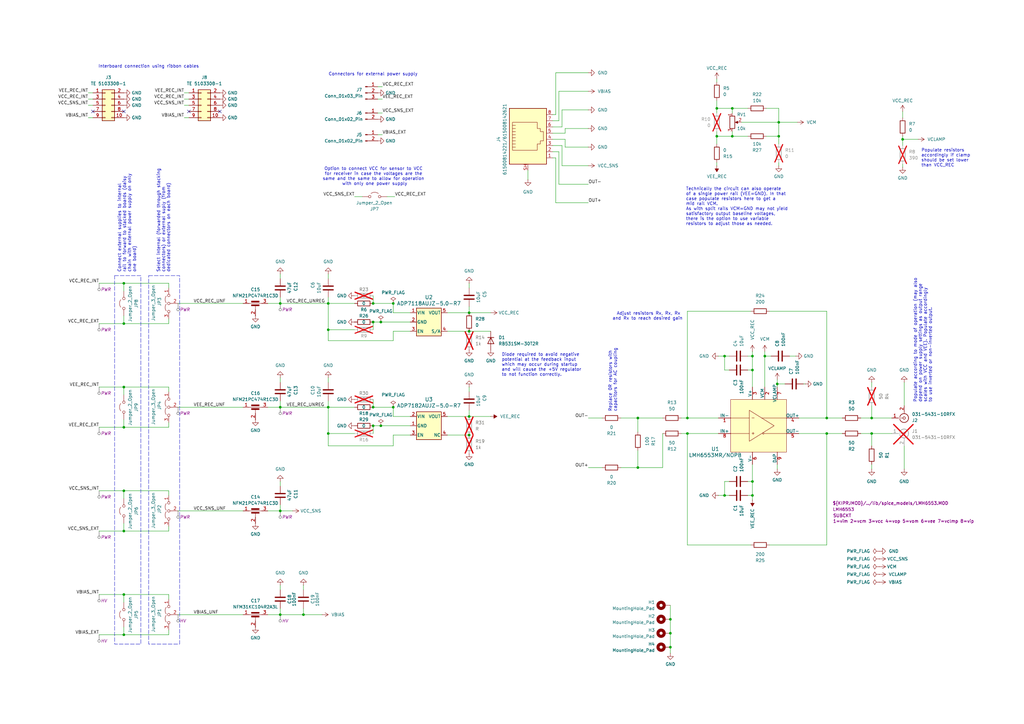
<source format=kicad_sch>
(kicad_sch (version 20250114) (generator "eeschema") (generator_version "9.0")
  (paper "A3")
  (title_block (title "CLAWS Signal Receiver and Power Distribution Board") (date "2024-12-17") (rev "V4.2") (comment 1 "As this is an iteration on previous designs (V3.x), revision number starts at 4.0") (comment 2 "V4.1 addresses the issues discovered when building V4.0 prototypes") (comment 3 "V4.2 reduces number of different components used, fix LDO startup problem"))
  (rectangle (start 46.99 113.03) (end 57.785 264.16) (stroke (width 0) (type dash)))
  (rectangle (start 60.96 113.03) (end 73.66 264.16) (stroke (width 0) (type dash)))
  (text "Connect external supplies to internal \nrail to forward to stacked boards (daisy\nchain with external power supply on only \none board)" (at 55.88 111.76 90) (effects (font (size 1.27 1.27)) (justify left bottom)))
  (text "Interboard connection using ribbon cables" (at 60.96 27.305 0) (effects (font (size 1.27 1.27))))
  (text "Populate resistors \naccordingly if clamp\nshould be set lower\nthan VCC_REC" (at 377.825 60.96 0) (effects (font (size 1.27 1.27)) (justify left top)))
  (text "Select internal (forwarded through stacking\nconnectors) or external suply (from \ndedicated connectors on each board)" (at 69.85 111.76 90) (effects (font (size 1.27 1.27)) (justify left bottom)))
  (text "Populate according to mode of operation (may also \ndepend on power supply settings as output range \nscales with VCC and VEE). Populate accordingly \nto use inverted or non-inverted output." (at 374.65 165.1 90) (effects (font (size 1.27 1.27)) (justify left top)))
  (text "Replace 0R resistors with \ncapacitors for AC coupling" (at 249.555 168.91 90) (effects (font (size 1.27 1.27)) (justify left top)))
  (text "Technically the circuit can also operate\nof a single power rail (VEE=GND). In that \ncase populate resistors here to get a \nmid rail VCM.\nAs with split rails VCM=GND may not yield\nsatisfactory output baseline voltages, \nthere is the option to use variable \nresistors to adjust those as needed." (at 281.305 76.835 0) (effects (font (size 1.27 1.27)) (justify left top)))
  (text "Connectors for external power supply" (at 153.035 30.48 0) (effects (font (size 1.27 1.27))))
  (text "Diode required to avoid negative\npotential at the feedback input\nwhich may occur during startup \nand will cause the +5V regulator\nto not function correctly." (at 205.74 144.78 0) (effects (font (size 1.27 1.27)) (justify left top)))
  (text "Adjust resistors Rx, Rx, Rx \nand Rx to reach desired gain" (at 280.035 131.445 0) (effects (font (size 1.27 1.27)) (justify right bottom)))
  (text "Option to connect VCC for sensor to VCC \nfor receiver in case the voltages are the \nsame and the same to allow for operation \nwith only one power supply" (at 153.67 72.39 0) (effects (font (size 1.27 1.27))))
  (junction (at 124.46 252.095))
  (junction (at 192.405 128.27))
  (junction (at 274.955 259.715))
  (junction (at 134.62 177.8))
  (junction (at 261.62 171.45))
  (junction (at 357.505 177.8))
  (junction (at 50.8 175.26))
  (junction (at 50.8 158.75))
  (junction (at 114.935 209.55))
  (junction (at 192.405 170.815))
  (junction (at 339.09 171.45))
  (junction (at 134.62 167.005))
  (junction (at 156.21 174.625))
  (junction (at 50.8 201.295))
  (junction (at 153.035 124.46))
  (junction (at 114.935 252.095))
  (junction (at 192.405 178.435))
  (junction (at 134.62 135.255))
  (junction (at 294.005 55.88))
  (junction (at 50.8 132.715))
  (junction (at 300.355 55.88))
  (junction (at 114.935 167.005))
  (junction (at 308.61 197.485))
  (junction (at 370.205 57.15))
  (junction (at 294.005 44.45))
  (junction (at 161.29 124.46))
  (junction (at 153.035 174.625))
  (junction (at 339.09 177.8))
  (junction (at 114.935 124.46))
  (junction (at 281.94 177.8))
  (junction (at 281.94 171.45))
  (junction (at 297.18 203.2))
  (junction (at 274.955 265.43))
  (junction (at 318.77 157.48))
  (junction (at 319.405 50.165))
  (junction (at 308.61 203.2))
  (junction (at 319.405 55.88))
  (junction (at 50.8 243.84))
  (junction (at 297.18 146.05))
  (junction (at 156.21 132.08))
  (junction (at 357.505 171.45))
  (junction (at 50.8 260.35))
  (junction (at 308.61 151.765))
  (junction (at 300.355 44.45))
  (junction (at 313.69 146.05))
  (junction (at 274.955 254))
  (junction (at 50.8 217.805))
  (junction (at 153.035 167.005))
  (junction (at 308.61 146.05))
  (junction (at 261.62 191.77))
  (junction (at 134.62 124.46))
  (junction (at 161.29 167.005))
  (junction (at 153.035 132.08))
  (junction (at 50.8 116.205))
  (junction (at 192.405 135.89))
  (no_connect (at 38.1 45.72))
  (no_connect (at 90.17 45.72))
  (no_connect (at 50.8 45.72))
  (no_connect (at 77.47 45.72))
  (wire (pts (xy 50.8 201.295) (xy 40.64 201.295)))
  (wire (pts (xy 69.215 118.11) (xy 69.215 116.205)))
  (wire (pts (xy 231.775 52.705) (xy 231.775 54.61)))
  (wire (pts (xy 308.61 205.105) (xy 308.61 203.2)))
  (wire (pts (xy 50.8 243.84) (xy 40.64 243.84)))
  (wire (pts (xy 294.64 203.2) (xy 297.18 203.2)))
  (wire (pts (xy 69.215 215.9) (xy 69.215 217.805)))
  (wire (pts (xy 69.215 173.355) (xy 69.215 175.26)))
  (wire (pts (xy 294.005 66.675) (xy 294.005 67.945)))
  (wire (pts (xy 114.935 167.005) (xy 109.855 167.005)))
  (wire (pts (xy 319.405 55.88) (xy 319.405 59.055)))
  (wire (pts (xy 38.1 48.26) (xy 36.195 48.26)))
  (wire (pts (xy 50.8 201.295) (xy 69.215 201.295)))
  (wire (pts (xy 114.935 112.395) (xy 114.935 114.3)))
  (wire (pts (xy 230.505 52.07) (xy 226.695 52.07)))
  (wire (pts (xy 308.61 151.765) (xy 308.61 158.75)))
  (wire (pts (xy 161.29 135.89) (xy 168.275 135.89)))
  (wire (pts (xy 77.47 48.26) (xy 75.565 48.26)))
  (wire (pts (xy 339.09 127.635) (xy 339.09 171.45)))
  (wire (pts (xy 50.8 175.26) (xy 40.64 175.26)))
  (wire (pts (xy 134.62 124.46) (xy 145.415 124.46)))
  (wire (pts (xy 153.035 167.005) (xy 161.29 167.005)))
  (wire (pts (xy 314.325 55.88) (xy 319.405 55.88)))
  (wire (pts (xy 38.1 38.1) (xy 36.195 38.1)))
  (wire (pts (xy 274.955 259.715) (xy 274.955 265.43)))
  (wire (pts (xy 319.405 50.165) (xy 327.025 50.165)))
  (wire (pts (xy 50.8 158.75) (xy 50.8 161.925)))
  (wire (pts (xy 281.94 127.635) (xy 281.94 171.45)))
  (wire (pts (xy 40.64 132.715) (xy 50.8 132.715)))
  (wire (pts (xy 161.29 170.815) (xy 161.29 167.005)))
  (wire (pts (xy 161.29 170.815) (xy 168.275 170.815)))
  (wire (pts (xy 153.035 174.625) (xy 156.21 174.625)))
  (wire (pts (xy 50.8 243.84) (xy 69.215 243.84)))
  (wire (pts (xy 114.935 252.095) (xy 109.855 252.095)))
  (wire (pts (xy 156.21 174.625) (xy 168.275 174.625)))
  (wire (pts (xy 77.47 43.18) (xy 75.565 43.18)))
  (wire (pts (xy 114.935 124.46) (xy 134.62 124.46)))
  (wire (pts (xy 357.505 182.88) (xy 357.505 177.8)))
  (wire (pts (xy 297.18 203.2) (xy 299.085 203.2)))
  (wire (pts (xy 281.94 171.45) (xy 294.64 171.45)))
  (wire (pts (xy 261.62 171.45) (xy 271.78 171.45)))
  (wire (pts (xy 304.165 50.165) (xy 319.405 50.165)))
  (wire (pts (xy 124.46 249.555) (xy 124.46 252.095)))
  (wire (pts (xy 370.205 57.15) (xy 376.555 57.15)))
  (wire (pts (xy 73.025 209.55) (xy 99.695 209.55)))
  (wire (pts (xy 297.18 203.2) (xy 297.18 197.485)))
  (wire (pts (xy 357.505 166.37) (xy 357.505 171.45)))
  (wire (pts (xy 183.515 170.815) (xy 192.405 170.815)))
  (wire (pts (xy 294.005 53.975) (xy 294.005 55.88)))
  (wire (pts (xy 261.62 191.77) (xy 271.78 191.77)))
  (wire (pts (xy 294.005 55.88) (xy 294.005 59.055)))
  (wire (pts (xy 319.405 66.675) (xy 319.405 67.945)))
  (wire (pts (xy 241.3 171.45) (xy 247.015 171.45)))
  (wire (pts (xy 114.935 164.465) (xy 114.935 167.005)))
  (wire (pts (xy 161.29 139.7) (xy 161.29 135.89)))
  (wire (pts (xy 50.8 116.205) (xy 50.8 119.38)))
  (wire (pts (xy 306.705 203.2) (xy 308.61 203.2)))
  (wire (pts (xy 261.62 191.77) (xy 261.62 184.785)))
  (wire (pts (xy 50.8 132.715) (xy 69.215 132.715)))
  (wire (pts (xy 231.775 57.15) (xy 226.695 57.15)))
  (wire (pts (xy 38.1 40.64) (xy 36.195 40.64)))
  (wire (pts (xy 134.62 177.8) (xy 145.415 177.8)))
  (wire (pts (xy 274.955 265.43) (xy 274.955 267.97)))
  (wire (pts (xy 183.515 135.89) (xy 192.405 135.89)))
  (wire (pts (xy 69.215 160.655) (xy 69.215 158.75)))
  (wire (pts (xy 50.8 217.805) (xy 40.64 217.805)))
  (wire (pts (xy 134.62 167.005) (xy 134.62 177.8)))
  (wire (pts (xy 134.62 112.395) (xy 134.62 114.3)))
  (wire (pts (xy 153.035 124.46) (xy 161.29 124.46)))
  (wire (pts (xy 120.015 209.55) (xy 114.935 209.55)))
  (wire (pts (xy 231.775 60.325) (xy 241.3 60.325)))
  (wire (pts (xy 161.29 124.46) (xy 161.29 128.27)))
  (wire (pts (xy 201.295 170.815) (xy 192.405 170.815)))
  (wire (pts (xy 50.8 172.085) (xy 50.8 175.26)))
  (wire (pts (xy 306.705 151.765) (xy 308.61 151.765)))
  (wire (pts (xy 114.935 240.03) (xy 114.935 241.935)))
  (wire (pts (xy 306.705 197.485) (xy 308.61 197.485)))
  (wire (pts (xy 134.62 121.92) (xy 134.62 124.46)))
  (wire (pts (xy 353.06 177.8) (xy 357.505 177.8)))
  (wire (pts (xy 339.09 171.45) (xy 327.66 171.45)))
  (wire (pts (xy 69.215 245.745) (xy 69.215 243.84)))
  (wire (pts (xy 229.235 37.465) (xy 241.3 37.465)))
  (wire (pts (xy 318.77 157.48) (xy 321.945 157.48)))
  (wire (pts (xy 370.84 182.88) (xy 370.84 192.405)))
  (wire (pts (xy 308.61 146.05) (xy 308.61 151.765)))
  (wire (pts (xy 161.925 80.645) (xy 158.75 80.645)))
  (wire (pts (xy 231.775 60.325) (xy 231.775 57.15)))
  (wire (pts (xy 40.64 116.205) (xy 50.8 116.205)))
  (wire (pts (xy 153.035 132.08) (xy 156.21 132.08)))
  (wire (pts (xy 183.515 178.435) (xy 192.405 178.435)))
  (wire (pts (xy 134.62 135.255) (xy 134.62 139.7)))
  (wire (pts (xy 357.505 177.8) (xy 365.76 177.8)))
  (wire (pts (xy 230.505 59.69) (xy 226.695 59.69)))
  (wire (pts (xy 50.8 257.175) (xy 50.8 260.35)))
  (wire (pts (xy 124.46 240.03) (xy 124.46 241.935)))
  (wire (pts (xy 50.8 158.75) (xy 69.215 158.75)))
  (wire (pts (xy 306.705 44.45) (xy 300.355 44.45)))
  (wire (pts (xy 323.85 146.05) (xy 326.39 146.05)))
  (wire (pts (xy 38.1 43.18) (xy 36.195 43.18)))
  (wire (pts (xy 114.935 121.92) (xy 114.935 124.46)))
  (wire (pts (xy 134.62 167.005) (xy 145.415 167.005)))
  (wire (pts (xy 227.965 46.99) (xy 226.695 46.99)))
  (wire (pts (xy 229.235 75.565) (xy 229.235 62.23)))
  (wire (pts (xy 156.845 55.245) (xy 154.94 55.245)))
  (wire (pts (xy 271.78 191.77) (xy 271.78 177.8)))
  (wire (pts (xy 231.775 54.61) (xy 226.695 54.61)))
  (wire (pts (xy 134.62 177.8) (xy 134.62 182.88)))
  (wire (pts (xy 308.61 203.2) (xy 308.61 197.485)))
  (wire (pts (xy 50.8 214.63) (xy 50.8 217.805)))
  (wire (pts (xy 153.035 163.83) (xy 153.035 167.005)))
  (wire (pts (xy 319.405 44.45) (xy 314.325 44.45)))
  (wire (pts (xy 227.965 83.185) (xy 241.3 83.185)))
  (wire (pts (xy 148.59 80.645) (xy 145.415 80.645)))
  (wire (pts (xy 156.845 35.56) (xy 154.94 35.56)))
  (wire (pts (xy 134.62 124.46) (xy 134.62 135.255)))
  (wire (pts (xy 229.235 49.53) (xy 226.695 49.53)))
  (wire (pts (xy 294.005 55.88) (xy 300.355 55.88)))
  (wire (pts (xy 294.005 32.385) (xy 294.005 33.655)))
  (wire (pts (xy 319.405 50.165) (xy 319.405 44.45)))
  (wire (pts (xy 318.77 155.575) (xy 318.77 157.48)))
  (wire (pts (xy 114.935 167.005) (xy 134.62 167.005)))
  (wire (pts (xy 109.855 124.46) (xy 114.935 124.46)))
  (wire (pts (xy 297.18 146.05) (xy 299.085 146.05)))
  (wire (pts (xy 370.84 166.37) (xy 370.84 156.845)))
  (wire (pts (xy 161.29 128.27) (xy 168.275 128.27)))
  (wire (pts (xy 230.505 67.945) (xy 241.3 67.945)))
  (wire (pts (xy 308.61 197.485) (xy 308.61 190.5)))
  (wire (pts (xy 161.29 182.88) (xy 161.29 178.435)))
  (wire (pts (xy 241.3 191.77) (xy 247.015 191.77)))
  (wire (pts (xy 313.69 146.05) (xy 313.69 158.75)))
  (wire (pts (xy 294.64 146.05) (xy 297.18 146.05)))
  (wire (pts (xy 77.47 38.1) (xy 75.565 38.1)))
  (wire (pts (xy 153.035 121.285) (xy 153.035 124.46)))
  (wire (pts (xy 294.005 44.45) (xy 300.355 44.45)))
  (wire (pts (xy 77.47 40.64) (xy 75.565 40.64)))
  (wire (pts (xy 357.505 156.845) (xy 357.505 158.75)))
  (wire (pts (xy 254.635 191.77) (xy 261.62 191.77)))
  (wire (pts (xy 134.62 135.255) (xy 145.415 135.255)))
  (wire (pts (xy 294.005 44.45) (xy 294.005 46.355)))
  (wire (pts (xy 313.69 144.145) (xy 313.69 146.05)))
  (wire (pts (xy 230.505 67.945) (xy 230.505 59.69)))
  (wire (pts (xy 307.975 127.635) (xy 281.94 127.635)))
  (wire (pts (xy 357.505 192.405) (xy 357.505 190.5)))
  (wire (pts (xy 229.235 62.23) (xy 226.695 62.23)))
  (wire (pts (xy 192.405 128.27) (xy 183.515 128.27)))
  (wire (pts (xy 201.295 128.27) (xy 192.405 128.27)))
  (wire (pts (xy 318.77 192.405) (xy 318.77 190.5)))
  (wire (pts (xy 281.94 177.8) (xy 281.94 223.52)))
  (wire (pts (xy 313.69 146.05) (xy 316.23 146.05)))
  (wire (pts (xy 50.8 158.75) (xy 40.64 158.75)))
  (wire (pts (xy 306.705 55.88) (xy 300.355 55.88)))
  (wire (pts (xy 300.355 53.975) (xy 300.355 55.88)))
  (wire (pts (xy 339.09 177.8) (xy 327.66 177.8)))
  (wire (pts (xy 297.18 146.05) (xy 297.18 151.765)))
  (wire (pts (xy 73.025 124.46) (xy 99.695 124.46)))
  (wire (pts (xy 370.205 59.69) (xy 370.205 57.15)))
  (wire (pts (xy 50.8 217.805) (xy 69.215 217.805)))
  (wire (pts (xy 192.405 158.75) (xy 192.405 160.655)))
  (wire (pts (xy 229.235 75.565) (xy 241.3 75.565)))
  (wire (pts (xy 357.505 171.45) (xy 353.06 171.45)))
  (wire (pts (xy 192.405 168.275) (xy 192.405 170.815)))
  (wire (pts (xy 134.62 164.465) (xy 134.62 167.005)))
  (wire (pts (xy 254.635 171.45) (xy 261.62 171.45)))
  (wire (pts (xy 156.21 132.08) (xy 168.275 132.08)))
  (wire (pts (xy 370.205 48.26) (xy 370.205 45.72)))
  (wire (pts (xy 231.775 52.705) (xy 241.3 52.705)))
  (wire (pts (xy 370.205 57.15) (xy 370.205 55.88)))
  (wire (pts (xy 318.77 157.48) (xy 318.77 158.75)))
  (wire (pts (xy 345.44 171.45) (xy 339.09 171.45)))
  (wire (pts (xy 132.08 252.095) (xy 124.46 252.095)))
  (wire (pts (xy 315.595 127.635) (xy 339.09 127.635)))
  (wire (pts (xy 114.935 207.01) (xy 114.935 209.55)))
  (wire (pts (xy 114.935 249.555) (xy 114.935 252.095)))
  (wire (pts (xy 50.8 260.35) (xy 40.64 260.35)))
  (wire (pts (xy 134.62 154.94) (xy 134.62 156.845)))
  (wire (pts (xy 192.405 116.205) (xy 192.405 118.11)))
  (wire (pts (xy 329.565 157.48) (xy 330.2 157.48)))
  (wire (pts (xy 229.235 37.465) (xy 229.235 49.53)))
  (wire (pts (xy 370.205 67.31) (xy 370.205 68.58)))
  (wire (pts (xy 230.505 45.085) (xy 241.3 45.085)))
  (wire (pts (xy 297.18 197.485) (xy 299.085 197.485)))
  (wire (pts (xy 156.845 46.355) (xy 154.94 46.355)))
  (wire (pts (xy 114.935 197.485) (xy 114.935 199.39)))
  (wire (pts (xy 281.94 177.8) (xy 279.4 177.8)))
  (wire (pts (xy 308.61 144.145) (xy 308.61 146.05)))
  (wire (pts (xy 50.8 116.205) (xy 69.215 116.205)))
  (wire (pts (xy 279.4 171.45) (xy 281.94 171.45)))
  (wire (pts (xy 227.965 83.185) (xy 227.965 64.77)))
  (wire (pts (xy 339.09 223.52) (xy 339.09 177.8)))
  (wire (pts (xy 114.935 209.55) (xy 109.855 209.55)))
  (wire (pts (xy 156.845 40.64) (xy 154.94 40.64)))
  (wire (pts (xy 230.505 45.085) (xy 230.505 52.07)))
  (wire (pts (xy 73.025 167.005) (xy 99.695 167.005)))
  (wire (pts (xy 69.215 130.81) (xy 69.215 132.715)))
  (wire (pts (xy 134.62 182.88) (xy 161.29 182.88)))
  (wire (pts (xy 227.965 64.77) (xy 226.695 64.77)))
  (wire (pts (xy 69.215 203.2) (xy 69.215 201.295)))
  (wire (pts (xy 50.8 243.84) (xy 50.8 247.015)))
  (wire (pts (xy 153.035 174.625) (xy 153.035 177.8)))
  (wire (pts (xy 69.215 258.445) (xy 69.215 260.35)))
  (wire (pts (xy 50.8 201.295) (xy 50.8 204.47)))
  (wire (pts (xy 192.405 135.89) (xy 201.295 135.89)))
  (wire (pts (xy 319.405 55.88) (xy 319.405 50.165)))
  (wire (pts (xy 134.62 139.7) (xy 161.29 139.7)))
  (wire (pts (xy 281.94 223.52) (xy 307.975 223.52)))
  (wire (pts (xy 274.955 254) (xy 274.955 259.715)))
  (wire (pts (xy 50.8 260.35) (xy 69.215 260.35)))
  (wire (pts (xy 114.935 154.94) (xy 114.935 156.845)))
  (wire (pts (xy 297.18 151.765) (xy 299.085 151.765)))
  (wire (pts (xy 357.505 171.45) (xy 365.76 171.45)))
  (wire (pts (xy 192.405 125.73) (xy 192.405 128.27)))
  (wire (pts (xy 300.355 44.45) (xy 300.355 46.355)))
  (wire (pts (xy 315.595 223.52) (xy 339.09 223.52)))
  (wire (pts (xy 227.965 29.845) (xy 241.3 29.845)))
  (wire (pts (xy 345.44 177.8) (xy 339.09 177.8)))
  (wire (pts (xy 281.94 177.8) (xy 294.64 177.8)))
  (wire (pts (xy 50.8 175.26) (xy 69.215 175.26)))
  (wire (pts (xy 161.29 178.435) (xy 168.275 178.435)))
  (wire (pts (xy 50.8 129.54) (xy 50.8 132.715)))
  (wire (pts (xy 216.535 73.66) (xy 216.535 69.85)))
  (wire (pts (xy 153.035 132.08) (xy 153.035 135.255)))
  (wire (pts (xy 294.005 41.275) (xy 294.005 44.45)))
  (wire (pts (xy 261.62 177.165) (xy 261.62 171.45)))
  (wire (pts (xy 73.025 252.095) (xy 99.695 252.095)))
  (wire (pts (xy 306.705 146.05) (xy 308.61 146.05)))
  (wire (pts (xy 124.46 252.095) (xy 114.935 252.095)))
  (wire (pts (xy 227.965 29.845) (xy 227.965 46.99)))
  (wire (pts (xy 274.955 248.285) (xy 274.955 254)))
  (label "VCC_SNS_EXT" (at 156.845 46.355 0))
  (label "VCC_SNS_UNF" (at 79.375 209.55 0))
  (label "VEE_REC_INT" (at 36.195 38.1 180))
  (label "VBIAS_INT" (at 40.64 243.84 180))
  (label "VCC_REC_UNF" (at 79.375 124.46 0))
  (label "VCC_SNS_EXT" (at 40.64 217.805 180))
  (label "VCC_SNS_INT" (at 40.64 201.295 180))
  (label "VCC_REC_INT" (at 75.565 40.64 180))
  (label "VBIAS_INT" (at 75.565 48.26 180))
  (label "VEE_REC_UNREG" (at 117.475 167.005 0))
  (label "VCC_REC_INT" (at 40.64 116.205 180))
  (label "VEE_REC_INT" (at 75.565 38.1 180))
  (label "VBIAS_UNF" (at 79.375 252.095 0))
  (label "OUT-" (at 241.3 171.45 180))
  (label "VBIAS_INT" (at 36.195 48.26 180))
  (label "OUT+" (at 241.3 83.185 0))
  (label "VBIAS_EXT" (at 156.845 55.245 0))
  (label "OUT-" (at 241.3 75.565 0))
  (label "VCC_SNS_INT" (at 75.565 43.18 180))
  (label "VEE_REC_EXT" (at 156.845 40.64 0))
  (label "VCC_REC_INT" (at 36.195 40.64 180))
  (label "VCC_REC_UNREG" (at 117.475 124.46 0))
  (label "OUT+" (at 241.3 191.77 180))
  (label "VBIAS_EXT" (at 40.64 260.35 180))
  (label "VEE_REC_EXT" (at 40.64 175.26 180))
  (label "VCC_REC_EXT" (at 40.64 132.715 180))
  (label "VEE_REC_INT" (at 40.64 158.75 180))
  (label "VCC_SNS_EXT" (at 145.415 80.645 180))
  (label "VCC_REC_EXT" (at 156.845 35.56 0))
  (label "VEE_REC_UNF" (at 79.375 167.005 0))
  (label "VCC_REC_EXT" (at 161.925 80.645 0))
  (label "VCC_SNS_INT" (at 36.195 43.18 180))
  (netclass_flag "" (length 2.54) (shape round) (at 40.64 217.805 180) (property "Netclass" "PWR" (at 41.3385 220.345 0) (effects (font (italic yes)) (justify left))))
  (netclass_flag "" (length 2.54) (shape round) (at 73.025 252.095 180) (property "Netclass" "HV" (at 73.7235 254.635 0) (effects (font (italic yes)) (justify left))))
  (netclass_flag "" (length 2.54) (shape round) (at 73.025 124.46 180) (property "Netclass" "PWR" (at 73.7235 127 0) (effects (font (italic yes)) (justify left))))
  (netclass_flag "" (length 2.54) (shape round) (at 114.935 209.55 180) (property "Netclass" "PWR" (at 115.6335 212.09 0) (effects (font (italic yes)) (justify left))))
  (netclass_flag "" (length 2.54) (shape round) (at 40.64 175.26 180) (property "Netclass" "PWR" (at 41.3385 177.8 0) (effects (font (italic yes)) (justify left))))
  (netclass_flag "" (length 2.54) (shape round) (at 73.025 209.55 180) (property "Netclass" "PWR" (at 73.7235 212.09 0) (effects (font (italic yes)) (justify left))))
  (netclass_flag "" (length 2.54) (shape round) (at 40.64 132.715 180) (property "Netclass" "PWR" (at 41.3385 135.255 0) (effects (font (italic yes)) (justify left))))
  (netclass_flag "" (length 2.54) (shape round) (at 114.935 124.46 180) (property "Netclass" "PWR" (at 115.6335 127 0) (effects (font (italic yes)) (justify left))))
  (netclass_flag "" (length 2.54) (shape round) (at 40.64 201.295 180) (property "Netclass" "PWR" (at 41.3385 203.835 0) (effects (font (italic yes)) (justify left))))
  (netclass_flag "" (length 2.54) (shape round) (at 40.64 243.84 180) (property "Netclass" "HV" (at 41.3385 246.38 0) (effects (font (italic yes)) (justify left))))
  (netclass_flag "" (length 2.54) (shape round) (at 40.64 116.205 180) (property "Netclass" "PWR" (at 41.3385 118.745 0) (effects (font (italic yes)) (justify left))))
  (netclass_flag "" (length 2.54) (shape round) (at 40.64 260.35 180) (property "Netclass" "HV" (at 41.3385 262.89 0) (effects (font (italic yes)) (justify left))))
  (netclass_flag "" (length 2.54) (shape round) (at 73.025 167.005 180) (property "Netclass" "PWR" (at 73.7235 169.545 0) (effects (font (italic yes)) (justify left))))
  (netclass_flag "" (length 2.54) (shape round) (at 114.935 252.095 180) (property "Netclass" "HV" (at 115.6335 254.635 0) (effects (font (italic yes)) (justify left))))
  (netclass_flag "" (length 2.54) (shape round) (at 114.935 167.005 180) (property "Netclass" "PWR" (at 115.6335 169.545 0) (effects (font (italic yes)) (justify left))))
  (netclass_flag "" (length 2.54) (shape round) (at 40.64 158.75 180) (property "Netclass" "PWR" (at 41.3385 161.29 0) (effects (font (italic yes)) (justify left))))
  (symbol (lib_id "Device:C") (at 114.935 245.745 0) (unit 1)
    (property "Reference" "C18" (at 118.745 245.745 90))
    (property "Value" "100nF" (at 120.65 245.745 90))
    (property "Footprint" "Capacitor_SMD:C_0603_1608Metric" (effects (hide yes)))
    (property "Description" "Unpolarized capacitor" (effects (hide yes)))
    (property "Part Number" "GRM188R72A104KA35D" (effects (hide yes)))
  )
  (symbol (lib_id "power:GND") (at 192.405 186.055 0) (mirror y) (unit 1)
    (property "Reference" "#PWR051" (effects (hide yes)))
    (property "Value" "GND" (at 192.405 190.5 0))
    (property "Description" "Power symbol creates a global label with name \"GND\" , ground" (effects (hide yes)))
  )
  (symbol (lib_id "Device:R") (at 149.225 135.255 90) (mirror x) (unit 1) (dnp yes)
    (property "Reference" "R9" (at 149.225 137.795 90))
    (property "Value" "0" (at 149.225 135.255 90))
    (property "Footprint" "Resistor_SMD:R_0603_1608Metric" (effects (hide yes)))
    (property "Description" "Resistor" (effects (hide yes)))
    (property "Part Number" "ERJ-3GEY0R00V" (effects (hide yes)))
  )
  (symbol (lib_id "Jumper:Jumper_2_Open") (at 50.8 209.55 90) (mirror x) (unit 1)
    (property "Reference" "JP6" (at 55.88 211.455 0) (effects (justify right)))
    (property "Value" "Jumper_2_Open" (at 53.34 217.17 0) (effects (justify right)))
    (property "Footprint" "Connector_PinHeader_2.54mm:PinHeader_1x02_P2.54mm_Vertical" (effects (hide yes)))
    (property "Description" "Jumper, 2-pole, open" (effects (hide yes)))
    (property "Config" "-UNA" (effects (hide yes)))
  )
  (symbol (lib_id "Device:C") (at 302.895 197.485 270) (unit 1)
    (property "Reference" "C2" (at 301.6249 193.675 0) (effects (justify right)))
    (property "Value" "100nF" (at 304.1649 193.675 0) (effects (justify right)))
    (property "Footprint" "Capacitor_SMD:C_0603_1608Metric" (effects (hide yes)))
    (property "Description" "Unpolarized capacitor" (effects (hide yes)))
    (property "Part Number" "GRM188R72A104KA35D" (effects (hide yes)))
  )
  (symbol (lib_id "Device:D") (at 201.295 139.7 270) (unit 1)
    (property "Reference" "D1" (at 204.47 138.4299 90) (effects (justify left)))
    (property "Value" "RB531SM-30T2R" (at 204.47 140.9699 90) (effects (justify left)))
    (property "Footprint" "Diode_SMD:D_SOD-523" (effects (hide yes)))
    (property "Description" "Diode" (effects (hide yes)))
    (property "Sim.Device" "D" (effects (hide yes)))
    (property "Sim.Pins" "1=K 2=A" (effects (hide yes)))
    (property "Part Number" "RB531SM-30T2R" (effects (hide yes)))
  )
  (symbol (lib_id "power:GND") (at 114.935 112.395 180) (unit 1)
    (property "Reference" "#PWR027" (effects (hide yes)))
    (property "Value" "GND" (at 114.935 107.315 0))
    (property "Description" "Power symbol creates a global label with name \"GND\" , ground" (effects (hide yes)))
  )
  (symbol (lib_id "power:GND") (at 90.17 43.18 90) (unit 1)
    (property "Reference" "#PWR018" (effects (hide yes)))
    (property "Value" "GND" (at 93.345 43.1799 90) (effects (justify right)))
    (property "Description" "Power symbol creates a global label with name \"GND\" , ground" (effects (hide yes)))
  )
  (symbol (lib_id "power:GND") (at 216.535 73.66 0) (mirror y) (unit 1)
    (property "Reference" "#PWR066" (effects (hide yes)))
    (property "Value" "GND" (at 216.535 78.74 0))
    (property "Description" "Power symbol creates a global label with name \"GND\" , ground" (effects (hide yes)))
  )
  (symbol (lib_id "power:+5V") (at 327.025 50.165 270) (unit 1)
    (property "Reference" "#PWR014" (effects (hide yes)))
    (property "Value" "VCM" (at 330.835 50.1649 90) (effects (justify left)))
    (property "Description" "Power symbol creates a global label with name \"+5V\"" (effects (hide yes)))
  )
  (symbol (lib_id "Device:R") (at 294.005 37.465 0) (unit 1)
    (property "Reference" "R5" (at 296.545 36.1949 0) (effects (justify left)))
    (property "Value" "0" (at 296.545 38.7349 0) (effects (justify left)))
    (property "Footprint" "Resistor_SMD:R_0603_1608Metric" (effects (hide yes)))
    (property "Description" "Resistor" (effects (hide yes)))
    (property "Part Number" "ERJ-3GEY0R00V" (effects (hide yes)))
  )
  (symbol (lib_id "power:+5V") (at 308.61 144.145 0) (unit 1)
    (property "Reference" "#PWR030" (effects (hide yes)))
    (property "Value" "VCC_REC" (at 308.61 135.255 90))
    (property "Description" "Power symbol creates a global label with name \"+5V\"" (effects (hide yes)))
  )
  (symbol (lib_id "Device:Filter_EMI_C") (at 104.775 254.635 0) (unit 1)
    (property "Reference" "C17" (at 104.775 246.38 0))
    (property "Value" "NFM31KC104R2A3L" (at 104.775 248.92 0))
    (property "Footprint" "CLAWSv4:NFM31KC104R2A3_MUR" (effects (hide yes)))
    (property "Datasheet" "http://www.murata.com/~/media/webrenewal/support/library/catalog/products/emc/emifil/c31e.ashx?la=en-gb" (effects (hide yes)))
    (property "Description" "EMI filter, single capacitor" (effects (hide yes)))
    (property "Part Number" "NFM31KC104R2A3L" (effects (hide yes)))
  )
  (symbol (lib_id "Device:R") (at 311.785 127.635 90) (unit 1)
    (property "Reference" "R24" (at 311.785 121.285 90))
    (property "Value" "200" (at 311.785 123.825 90))
    (property "Footprint" "Resistor_SMD:R_0603_1608Metric" (effects (hide yes)))
    (property "Description" "Resistor" (effects (hide yes)))
    (property "Part Number" "ERJ-3GEYJ201V" (effects (hide yes)))
  )
  (symbol (lib_id "Device:R") (at 319.405 62.865 0) (unit 1) (dnp yes)
    (property "Reference" "R11" (at 321.945 61.5949 0) (effects (justify left)))
    (property "Value" "0" (at 321.945 64.1349 0) (effects (justify left)))
    (property "Footprint" "Resistor_SMD:R_0603_1608Metric" (effects (hide yes)))
    (property "Description" "Resistor" (effects (hide yes)))
    (property "Part Number" "ERJ-3GEY0R00V" (effects (hide yes)))
  )
  (symbol (lib_id "Device:R") (at 149.225 174.625 90) (unit 1)
    (property "Reference" "R29" (at 149.225 172.085 90))
    (property "Value" "0" (at 149.225 174.625 90))
    (property "Footprint" "Resistor_SMD:R_0603_1608Metric" (effects (hide yes)))
    (property "Description" "Resistor" (effects (hide yes)))
    (property "Part Number" "ERJ-3GEY0R00V" (effects (hide yes)))
  )
  (symbol (lib_id "Device:R") (at 357.505 186.69 0) (mirror x) (unit 1)
    (property "Reference" "R1" (at 363.855 186.69 90))
    (property "Value" "50" (at 361.315 186.69 90))
    (property "Footprint" "Resistor_SMD:R_0603_1608Metric" (effects (hide yes)))
    (property "Description" "Resistor" (effects (hide yes)))
    (property "Part Number" "ERJ-3EKF49R9V" (effects (hide yes)))
  )
  (symbol (lib_id "power:GND") (at 154.94 48.895 90) (unit 1)
    (property "Reference" "#PWR010" (effects (hide yes)))
    (property "Value" "GND" (at 158.115 48.8949 90) (effects (justify right)))
    (property "Description" "Power symbol creates a global label with name \"GND\" , ground" (effects (hide yes)))
  )
  (symbol (lib_id "Device:R") (at 192.405 139.7 0) (unit 1) (dnp yes)
    (property "Reference" "R14" (at 194.945 138.4299 0) (effects (justify left)))
    (property "Value" "1k" (at 194.945 140.9699 0) (effects (justify left)))
    (property "Footprint" "Resistor_SMD:R_0603_1608Metric" (effects (hide yes)))
    (property "Description" "Resistor" (effects (hide yes)))
    (property "Part Number" "ERJ-3EKF1001V" (effects (hide yes)))
  )
  (symbol (lib_id "power:GND") (at 90.17 40.64 90) (unit 1)
    (property "Reference" "#PWR016" (effects (hide yes)))
    (property "Value" "GND" (at 93.345 40.6399 90) (effects (justify right)))
    (property "Description" "Power symbol creates a global label with name \"GND\" , ground" (effects (hide yes)))
  )
  (symbol (lib_id "Mechanical:MountingHole_Pad") (at 272.415 248.285 90) (unit 1) (exclude_from_sim yes) (in_bom no)
    (property "Reference" "H1" (at 268.605 247.015 90) (effects (justify left)))
    (property "Value" "MountingHole_Pad" (at 268.605 249.555 90) (effects (justify left)))
    (property "Footprint" "MountingHole:MountingHole_3.2mm_M3_Pad_Via" (effects (hide yes)))
    (property "Description" "Mounting Hole with connection" (effects (hide yes)))
  )
  (symbol (lib_id "Jumper:Jumper_2_Open") (at 50.8 252.095 90) (mirror x) (unit 1)
    (property "Reference" "JP5" (at 55.88 254 0) (effects (justify right)))
    (property "Value" "Jumper_2_Open" (at 53.34 259.715 0) (effects (justify right)))
    (property "Footprint" "Connector_PinHeader_2.54mm:PinHeader_1x02_P2.54mm_Vertical" (effects (hide yes)))
    (property "Description" "Jumper, 2-pole, open" (effects (hide yes)))
    (property "Config" "-UNA" (effects (hide yes)))
  )
  (symbol (lib_id "power:GND") (at 50.8 48.26 90) (unit 1)
    (property "Reference" "#PWR08" (effects (hide yes)))
    (property "Value" "GND" (at 53.975 48.2599 90) (effects (justify right)))
    (property "Description" "Power symbol creates a global label with name \"GND\" , ground" (effects (hide yes)))
  )
  (symbol (lib_id "Device:R") (at 149.225 177.8 90) (mirror x) (unit 1) (dnp yes)
    (property "Reference" "R16" (at 149.225 180.34 90))
    (property "Value" "0" (at 149.225 177.8 90))
    (property "Footprint" "Resistor_SMD:R_0603_1608Metric" (effects (hide yes)))
    (property "Description" "Resistor" (effects (hide yes)))
    (property "Part Number" "ERJ-3GEY0R00V" (effects (hide yes)))
  )
  (symbol (lib_id "power:PWR_FLAG") (at 156.21 174.625 0) (unit 1)
    (property "Reference" "#FLG09" (effects (hide yes)))
    (property "Value" "PWR_FLAG" (at 156.21 170.18 0))
    (property "Description" "Special symbol for telling ERC where power comes from" (effects (hide yes)))
  )
  (symbol (lib_id "power:+5V") (at 132.08 252.095 270) (unit 1)
    (property "Reference" "#PWR058" (effects (hide yes)))
    (property "Value" "VBIAS" (at 135.89 252.0949 90) (effects (justify left)))
    (property "Description" "Power symbol creates a global label with name \"+5V\"" (effects (hide yes)))
  )
  (symbol (lib_id "power:GND") (at 145.415 132.08 270) (unit 1)
    (property "Reference" "#PWR060" (effects (hide yes)))
    (property "Value" "GND" (at 142.24 132.08 90) (effects (justify right)))
    (property "Description" "Power symbol creates a global label with name \"GND\" , ground" (effects (hide yes)))
  )
  (symbol (lib_id "CLAWSv4:ADP7182AUJZ-5.0-R7") (at 168.275 170.815 0) (unit 1)
    (property "Reference" "U3" (at 175.895 163.83 0) (effects (font (size 1.524 1.524))))
    (property "Value" "ADP7182AUJZ-5.0-R7" (at 175.895 166.37 0) (effects (font (size 1.524 1.524))))
    (property "Footprint" "Package_TO_SOT_SMD:TSOT-23-5" (effects (hide yes)))
    (property "Datasheet" "https://www.analog.com/media/en/technical-documentation/data-sheets/ADP7182.pdf" (effects (hide yes)))
    (property "Description" "Linear Voltage Regulator IC Negative Fixed 1 Output 200mA TSOT-23-5" (effects (hide yes)))
    (property "Part Number" "ADP7182AUJZ-5.0-R7" (effects (hide yes)))
  )
  (symbol (lib_id "power:+5V") (at 294.005 32.385 0) (unit 1)
    (property "Reference" "#PWR06" (effects (hide yes)))
    (property "Value" "VCC_REC" (at 294.005 27.94 0))
    (property "Description" "Power symbol creates a global label with name \"+5V\"" (effects (hide yes)))
  )
  (symbol (lib_id "Device:R_Potentiometer") (at 300.355 50.165 0) (unit 1)
    (property "Reference" "RV1" (at 302.26 46.99 0) (effects (justify left)))
    (property "Value" "10k" (at 302.26 52.705 0) (effects (justify left)))
    (property "Footprint" "Potentiometer_THT:Potentiometer_Bourns_3296X_Horizontal" (effects (hide yes)))
    (property "Description" "Potentiometer" (effects (hide yes)))
    (property "Part Number" "3296X-1-103LF" (effects (hide yes)))
  )
  (symbol (lib_id "power:+5V") (at 201.295 128.27 270) (unit 1)
    (property "Reference" "#PWR028" (effects (hide yes)))
    (property "Value" "VCC_REC" (at 204.47 128.2699 90) (effects (justify left)))
    (property "Description" "Power symbol creates a global label with name \"+5V\"" (effects (hide yes)))
  )
  (symbol (lib_id "power:GND") (at 294.64 203.2 270) (mirror x) (unit 1)
    (property "Reference" "#PWR046" (effects (hide yes)))
    (property "Value" "GND" (at 290.83 203.2001 90) (effects (justify right)))
    (property "Description" "Power symbol creates a global label with name \"GND\" , ground" (effects (hide yes)))
  )
  (symbol (lib_id "Device:R") (at 294.005 62.865 0) (mirror x) (unit 1)
    (property "Reference" "R15" (at 296.545 64.1351 0) (effects (justify left)))
    (property "Value" "0" (at 296.545 61.5951 0) (effects (justify left)))
    (property "Footprint" "Resistor_SMD:R_0603_1608Metric" (effects (hide yes)))
    (property "Description" "Resistor" (effects (hide yes)))
    (property "Part Number" "ERJ-3GEY0R00V" (effects (hide yes)))
  )
  (symbol (lib_id "Jumper:Jumper_3_Open") (at 69.215 124.46 90) (mirror x) (unit 1)
    (property "Reference" "JP3" (at 65.405 121.92 0) (effects (justify left)))
    (property "Value" "Jumper_3_Open" (at 62.865 116.84 0) (effects (justify left)))
    (property "Footprint" "Connector_PinHeader_2.54mm:PinHeader_1x03_P2.54mm_Vertical" (effects (hide yes)))
    (property "Description" "Jumper, 3-pole, both open" (effects (hide yes)))
    (property "Config" "-UNA" (effects (hide yes)))
  )
  (symbol (lib_id "power:GND") (at 241.3 60.325 90) (unit 1)
    (property "Reference" "#PWR024" (effects (hide yes)))
    (property "Value" "GND" (at 245.11 60.325 90) (effects (justify right)))
    (property "Description" "Power symbol creates a global label with name \"GND\" , ground" (effects (hide yes)))
  )
  (symbol (lib_id "power:PWR_FLAG") (at 161.29 167.005 0) (unit 1)
    (property "Reference" "#FLG02" (effects (hide yes)))
    (property "Value" "PWR_FLAG" (at 161.29 161.925 0))
    (property "Description" "Special symbol for telling ERC where power comes from" (effects (hide yes)))
  )
  (symbol (lib_id "power:GND") (at 114.935 154.94 180) (unit 1)
    (property "Reference" "#PWR032" (effects (hide yes)))
    (property "Value" "GND" (at 114.935 149.86 0))
    (property "Description" "Power symbol creates a global label with name \"GND\" , ground" (effects (hide yes)))
  )
  (symbol (lib_id "power:+5V") (at 120.015 209.55 270) (unit 1)
    (property "Reference" "#PWR045" (effects (hide yes)))
    (property "Value" "VCC_SNS" (at 123.19 209.5499 90) (effects (justify left)))
    (property "Description" "Power symbol creates a global label with name \"+5V\"" (effects (hide yes)))
  )
  (symbol (lib_id "Connector_Generic:Conn_02x05_Odd_Even") (at 43.18 43.18 0) (unit 1)
    (property "Reference" "J3" (at 44.45 31.75 0))
    (property "Value" "TE 5103308-1" (at 44.45 34.29 0))
    (property "Footprint" "CLAWSv4:PinHeader_2x05_P2.54mm_Vertical_Ribbon" (effects (hide yes)))
    (property "Description" "Generic connector, double row, 02x05, odd/even pin numbering scheme (row 1 odd numbers, row 2 even numbers), script generated (kicad-library-utils/schlib/autogen/connector/)" (effects (hide yes)))
    (property "Config" "-UNA" (effects (hide yes)))
    (property "Part Number" "5103308-1" (effects (hide yes)))
  )
  (symbol (lib_id "Device:C") (at 302.895 203.2 270) (mirror x) (unit 1)
    (property "Reference" "C1" (at 301.6249 207.01 0) (effects (justify right)))
    (property "Value" "10uF" (at 304.1649 207.01 0) (effects (justify right)))
    (property "Footprint" "Capacitor_SMD:C_0603_1608Metric" (effects (hide yes)))
    (property "Description" "Unpolarized capacitor" (effects (hide yes)))
    (property "Part Number" "GRM188R61E106KA73D" (effects (hide yes)))
  )
  (symbol (lib_id "power:VEE") (at 201.295 170.815 270) (unit 1)
    (property "Reference" "#PWR039" (effects (hide yes)))
    (property "Value" "VEE_REC" (at 205.105 170.8149 90) (effects (justify left)))
    (property "Description" "Power symbol creates a global label with name \"VEE\"" (effects (hide yes)))
  )
  (symbol (lib_id "power:GND") (at 370.84 192.405 0) (mirror y) (unit 1)
    (property "Reference" "#PWR044" (effects (hide yes)))
    (property "Value" "GND" (at 370.84 197.485 0))
    (property "Description" "Power symbol creates a global label with name \"GND\" , ground" (effects (hide yes)))
  )
  (symbol (lib_id "Jumper:Jumper_3_Open") (at 69.215 167.005 90) (mirror x) (unit 1)
    (property "Reference" "JP4" (at 65.405 164.465 0) (effects (justify left)))
    (property "Value" "Jumper_3_Open" (at 62.865 159.385 0) (effects (justify left)))
    (property "Footprint" "Connector_PinHeader_2.54mm:PinHeader_1x03_P2.54mm_Vertical" (effects (hide yes)))
    (property "Description" "Jumper, 3-pole, both open" (effects (hide yes)))
    (property "Config" "-UNA" (effects (hide yes)))
  )
  (symbol (lib_id "Device:R") (at 149.225 124.46 90) (mirror x) (unit 1)
    (property "Reference" "R6" (at 149.225 127 90))
    (property "Value" "0" (at 149.225 124.46 90))
    (property "Footprint" "Resistor_SMD:R_0603_1608Metric" (effects (hide yes)))
    (property "Description" "Resistor" (effects (hide yes)))
    (property "Part Number" "ERJ-3GEY0R00V" (effects (hide yes)))
  )
  (symbol (lib_id "Mechanical:MountingHole_Pad") (at 272.415 259.715 90) (unit 1) (exclude_from_sim yes) (in_bom no)
    (property "Reference" "H3" (at 268.605 258.445 90) (effects (justify left)))
    (property "Value" "MountingHole_Pad" (at 268.605 260.985 90) (effects (justify left)))
    (property "Footprint" "MountingHole:MountingHole_3.2mm_M3_Pad_Via" (effects (hide yes)))
    (property "Description" "Mounting Hole with connection" (effects (hide yes)))
  )
  (symbol (lib_id "Device:C") (at 124.46 245.745 0) (unit 1)
    (property "Reference" "C19" (at 128.27 245.745 90))
    (property "Value" "100nF" (at 130.175 245.745 90))
    (property "Footprint" "Capacitor_SMD:C_0603_1608Metric" (effects (hide yes)))
    (property "Description" "Unpolarized capacitor" (effects (hide yes)))
    (property "Part Number" "GRM188R72A104KA35D" (effects (hide yes)))
  )
  (symbol (lib_id "Device:R") (at 250.825 171.45 90) (mirror x) (unit 1)
    (property "Reference" "R21" (at 250.825 177.8 90))
    (property "Value" "0" (at 250.825 175.26 90))
    (property "Footprint" "Resistor_SMD:R_0603_1608Metric" (effects (hide yes)))
    (property "Description" "Resistor" (effects (hide yes)))
    (property "Part Number" "ERJ-3GEY0R00V" (effects (hide yes)))
  )
  (symbol (lib_id "power:+5V") (at 360.68 229.235 270) (unit 1)
    (property "Reference" "#PWR052" (effects (hide yes)))
    (property "Value" "VCC_SNS" (at 363.855 229.2349 90) (effects (justify left)))
    (property "Description" "Power symbol creates a global label with name \"+5V\"" (effects (hide yes)))
  )
  (symbol (lib_id "power:GND") (at 357.505 192.405 0) (mirror y) (unit 1)
    (property "Reference" "#PWR043" (effects (hide yes)))
    (property "Value" "GND" (at 357.505 197.485 0))
    (property "Description" "Power symbol creates a global label with name \"GND\" , ground" (effects (hide yes)))
  )
  (symbol (lib_id "Device:Filter_EMI_C") (at 104.775 212.09 0) (unit 1)
    (property "Reference" "C14" (at 104.775 203.835 0))
    (property "Value" "NFM21PC474R1C3D" (at 104.775 206.375 0))
    (property "Footprint" "CLAWSv4:NFM21PC225B0J3D_MUR" (effects (hide yes)))
    (property "Datasheet" "http://www.murata.com/~/media/webrenewal/support/library/catalog/products/emc/emifil/c31e.ashx?la=en-gb" (effects (hide yes)))
    (property "Description" "EMI filter, single capacitor" (effects (hide yes)))
    (property "Part Number" "NFM21PC474R1C3D" (effects (hide yes)))
  )
  (symbol (lib_id "power:GND") (at 104.775 172.085 0) (unit 1)
    (property "Reference" "#PWR040" (effects (hide yes)))
    (property "Value" "GND" (at 104.775 176.53 0))
    (property "Description" "Power symbol creates a global label with name \"GND\" , ground" (effects (hide yes)))
  )
  (symbol (lib_id "power:+5V") (at 360.68 238.76 270) (unit 1)
    (property "Reference" "#PWR057" (effects (hide yes)))
    (property "Value" "VBIAS" (at 364.49 238.7599 90) (effects (justify left)))
    (property "Description" "Power symbol creates a global label with name \"+5V\"" (effects (hide yes)))
  )
  (symbol (lib_id "power:GND") (at 319.405 67.945 0) (unit 1)
    (property "Reference" "#PWR013" (effects (hide yes)))
    (property "Value" "GND" (at 319.405 72.39 0))
    (property "Description" "Power symbol creates a global label with name \"GND\" , ground" (effects (hide yes)))
  )
  (symbol (lib_id "Device:R") (at 149.225 132.08 90) (unit 1)
    (property "Reference" "R26" (at 149.225 129.54 90))
    (property "Value" "0" (at 149.225 132.08 90))
    (property "Footprint" "Resistor_SMD:R_0603_1608Metric" (effects (hide yes)))
    (property "Description" "Resistor" (effects (hide yes)))
    (property "Part Number" "ERJ-3GEY0R00V" (effects (hide yes)))
  )
  (symbol (lib_id "power:GND") (at 114.935 240.03 180) (unit 1)
    (property "Reference" "#PWR055" (effects (hide yes)))
    (property "Value" "GND" (at 114.935 234.95 0))
    (property "Description" "Power symbol creates a global label with name \"GND\" , ground" (effects (hide yes)))
  )
  (symbol (lib_id "Device:R") (at 275.59 171.45 90) (unit 1)
    (property "Reference" "R13" (at 275.59 165.1 90))
    (property "Value" "50" (at 275.59 167.64 90))
    (property "Footprint" "Resistor_SMD:R_0603_1608Metric" (effects (hide yes)))
    (property "Description" "Resistor" (effects (hide yes)))
    (property "Part Number" "ERJ-3EKF49R9V" (effects (hide yes)))
  )
  (symbol (lib_id "power:GND") (at 104.775 214.63 0) (unit 1)
    (property "Reference" "#PWR048" (effects (hide yes)))
    (property "Value" "GND" (at 104.775 219.075 0))
    (property "Description" "Power symbol creates a global label with name \"GND\" , ground" (effects (hide yes)))
  )
  (symbol (lib_id "power:+5V") (at 376.555 57.15 270) (unit 1)
    (property "Reference" "#PWR015" (effects (hide yes)))
    (property "Value" "VCLAMP" (at 380.365 57.1499 90) (effects (justify left)))
    (property "Description" "Power symbol creates a global label with name \"+5V\"" (effects (hide yes)))
  )
  (symbol (lib_id "Device:R") (at 149.225 167.005 90) (mirror x) (unit 1)
    (property "Reference" "R18" (at 149.225 169.545 90))
    (property "Value" "0" (at 149.225 167.005 90))
    (property "Footprint" "Resistor_SMD:R_0603_1608Metric" (effects (hide yes)))
    (property "Description" "Resistor" (effects (hide yes)))
    (property "Part Number" "ERJ-3GEY0R00V" (effects (hide yes)))
  )
  (symbol (lib_id "Connector:Conn_01x02_Pin") (at 149.86 55.245 0) (unit 1)
    (property "Reference" "J5" (at 147.32 55.245 0))
    (property "Value" "Conn_01x02_Pin" (at 140.97 57.785 0))
    (property "Footprint" "Connector_Phoenix_MC:PhoenixContact_MC_1,5_2-G-3.81_1x02_P3.81mm_Horizontal" (effects (hide yes)))
    (property "Description" "Generic connector, single row, 01x02, script generated" (effects (hide yes)))
    (property "Config" "-UNA" (effects (hide yes)))
    (property "Part Number" "1803277" (effects (hide yes)))
  )
  (symbol (lib_id "Device:R") (at 192.405 174.625 0) (unit 1) (dnp yes)
    (property "Reference" "R31" (at 194.945 173.3549 0) (effects (justify left)))
    (property "Value" "R" (at 194.945 175.8949 0) (effects (justify left)))
    (property "Footprint" "Resistor_SMD:R_0603_1608Metric" (effects (hide yes)))
    (property "Description" "Resistor" (effects (hide yes)))
  )
  (symbol (lib_id "power:PWR_FLAG") (at 360.68 229.235 90) (unit 1)
    (property "Reference" "#FLG04" (effects (hide yes)))
    (property "Value" "PWR_FLAG" (at 356.87 229.2349 90) (effects (justify left)))
    (property "Description" "Special symbol for telling ERC where power comes from" (effects (hide yes)))
  )
  (symbol (lib_id "power:+5V") (at 370.205 45.72 0) (unit 1)
    (property "Reference" "#PWR07" (effects (hide yes)))
    (property "Value" "VCC_REC" (at 370.205 41.275 0))
    (property "Description" "Power symbol creates a global label with name \"+5V\"" (effects (hide yes)))
  )
  (symbol (lib_id "Connector:Conn_Coaxial") (at 370.84 171.45 0) (mirror x) (unit 1)
    (property "Reference" "J2" (at 374.015 172.4269 0) (effects (justify left)))
    (property "Value" "031-5431-10RFX" (at 374.015 169.8869 0) (effects (justify left)))
    (property "Footprint" "CLAWSv4:BNC_Amphenol_031-5431-10RFX_Horizontal" (effects (hide yes)))
    (property "Datasheet" "https://www.amphenolrf.com/library/download/link/link_id/598326/parent/031-5431-10RFX/" (effects (hide yes)))
    (property "Description" "coaxial connector (BNC, SMA, SMB, SMC, Cinch/RCA, LEMO, ...)" (effects (hide yes)))
    (property "Config" "-UNA" (effects (hide yes)))
    (property "Part Number" "031-5431-10RFX" (effects (hide yes)))
  )
  (symbol (lib_id "power:GND") (at 192.405 116.205 0) (mirror x) (unit 1)
    (property "Reference" "#PWR063" (effects (hide yes)))
    (property "Value" "GND" (at 192.405 111.125 0))
    (property "Description" "Power symbol creates a global label with name \"GND\" , ground" (effects (hide yes)))
  )
  (symbol (lib_id "power:+5V") (at 360.68 235.585 270) (unit 1)
    (property "Reference" "#PWR054" (effects (hide yes)))
    (property "Value" "VCLAMP" (at 364.49 235.5849 90) (effects (justify left)))
    (property "Description" "Power symbol creates a global label with name \"+5V\"" (effects (hide yes)))
  )
  (symbol (lib_id "Connector:Conn_01x02_Pin") (at 149.86 46.355 0) (unit 1)
    (property "Reference" "J6" (at 147.32 46.355 0))
    (property "Value" "Conn_01x02_Pin" (at 140.97 48.895 0))
    (property "Footprint" "Connector_Phoenix_MC:PhoenixContact_MC_1,5_2-G-3.81_1x02_P3.81mm_Horizontal" (effects (hide yes)))
    (property "Description" "Generic connector, single row, 01x02, script generated" (effects (hide yes)))
    (property "Config" "-UNA" (effects (hide yes)))
    (property "Part Number" "1803277" (effects (hide yes)))
  )
  (symbol (lib_id "power:GND") (at 145.415 174.625 270) (unit 1)
    (property "Reference" "#PWR068" (effects (hide yes)))
    (property "Value" "GND" (at 142.24 174.625 90) (effects (justify right)))
    (property "Description" "Power symbol creates a global label with name \"GND\" , ground" (effects (hide yes)))
  )
  (symbol (lib_id "CLAWSv4:LMH6553MR_NOPB") (at 303.53 158.75 0) (unit 1)
    (property "Reference" "U1" (at 293.37 184.15 0) (effects (font (size 1.524 1.524))))
    (property "Value" "LMH6553MR/NOPB" (at 293.37 186.69 0) (effects (font (size 1.524 1.524))))
    (property "Footprint" "CLAWSv4:MRA08B" (effects (hide yes)))
    (property "Datasheet" "https://www.ti.com/lit/gpn/lmh6553" (effects (hide yes)))
    (property "Sim.Library" "${KIPRJMOD}/../lib/spice_models/LMH6553.MOD" (at 365.252 206.375 0))
    (property "Sim.Name" "LMH6553" (at 345.948 208.915 0))
    (property "Sim.Device" "SUBCKT" (at 345.44 211.455 0))
    (property "Sim.Pins" "1=vim 2=vcm 3=vcc 4=vop 5=vom 6=vee 7=vclmp 8=vip" (at 370.586 213.741 0))
    (property "Part Number" "LMH6553MRE/NOPB" (effects (hide yes)))
  )
  (symbol (lib_id "power:GND") (at 330.2 157.48 90) (unit 1)
    (property "Reference" "#PWR038" (effects (hide yes)))
    (property "Value" "GND" (at 333.375 157.4799 90) (effects (justify right)))
    (property "Description" "Power symbol creates a global label with name \"GND\" , ground" (effects (hide yes)))
  )
  (symbol (lib_id "power:GND") (at 114.935 197.485 180) (unit 1)
    (property "Reference" "#PWR041" (effects (hide yes)))
    (property "Value" "GND" (at 114.935 192.405 0))
    (property "Description" "Power symbol creates a global label with name \"GND\" , ground" (effects (hide yes)))
  )
  (symbol (lib_id "Jumper:Jumper_2_Open") (at 50.8 167.005 90) (mirror x) (unit 1)
    (property "Reference" "JP9" (at 55.88 168.91 0) (effects (justify right)))
    (property "Value" "Jumper_2_Open" (at 53.34 174.625 0) (effects (justify right)))
    (property "Footprint" "Connector_PinHeader_2.54mm:PinHeader_1x02_P2.54mm_Vertical" (effects (hide yes)))
    (property "Description" "Jumper, 2-pole, open" (effects (hide yes)))
    (property "Config" "-UNA" (effects (hide yes)))
  )
  (symbol (lib_id "Device:C") (at 302.895 146.05 270) (unit 1)
    (property "Reference" "C4" (at 301.6249 142.24 0) (effects (justify right)))
    (property "Value" "10uF" (at 304.1649 142.24 0) (effects (justify right)))
    (property "Footprint" "Capacitor_SMD:C_0603_1608Metric" (effects (hide yes)))
    (property "Description" "Unpolarized capacitor" (effects (hide yes)))
    (property "Part Number" "GRM188R61E106KA73D" (effects (hide yes)))
  )
  (symbol (lib_id "power:PWR_FLAG") (at 156.21 132.08 0) (unit 1)
    (property "Reference" "#FLG03" (effects (hide yes)))
    (property "Value" "PWR_FLAG" (at 156.21 127.635 0))
    (property "Description" "Special symbol for telling ERC where power comes from" (effects (hide yes)))
  )
  (symbol (lib_id "Jumper:Jumper_2_Open") (at 153.67 80.645 0) (mirror y) (unit 1)
    (property "Reference" "JP7" (at 151.765 85.725 0) (effects (justify right)))
    (property "Value" "Jumper_2_Open" (at 146.05 83.185 0) (effects (justify right)))
    (property "Footprint" "Connector_PinHeader_2.54mm:PinHeader_1x02_P2.54mm_Vertical" (effects (hide yes)))
    (property "Description" "Jumper, 2-pole, open" (effects (hide yes)))
    (property "Config" "-UNA" (effects (hide yes)))
  )
  (symbol (lib_id "Device:C") (at 302.895 151.765 270) (mirror x) (unit 1)
    (property "Reference" "C3" (at 301.6249 155.575 0) (effects (justify right)))
    (property "Value" "100nF" (at 304.1649 155.575 0) (effects (justify right)))
    (property "Footprint" "Capacitor_SMD:C_0603_1608Metric" (effects (hide yes)))
    (property "Description" "Unpolarized capacitor" (effects (hide yes)))
    (property "Part Number" "GRM188R72A104KA35D" (effects (hide yes)))
  )
  (symbol (lib_id "Device:R") (at 310.515 44.45 90) (unit 1)
    (property "Reference" "R22" (at 310.515 38.735 90))
    (property "Value" "10k" (at 310.515 41.275 90))
    (property "Footprint" "Resistor_SMD:R_0603_1608Metric" (effects (hide yes)))
    (property "Description" "Resistor" (effects (hide yes)))
    (property "Part Number" "ERJ-3EKF1002V" (effects (hide yes)))
  )
  (symbol (lib_id "Jumper:Jumper_3_Open") (at 69.215 252.095 90) (mirror x) (unit 1)
    (property "Reference" "JP1" (at 65.405 249.555 0) (effects (justify left)))
    (property "Value" "Jumper_3_Open" (at 62.865 244.475 0) (effects (justify left)))
    (property "Footprint" "Connector_PinHeader_2.54mm:PinHeader_1x03_P2.54mm_Vertical" (effects (hide yes)))
    (property "Description" "Jumper, 3-pole, both open" (effects (hide yes)))
    (property "Config" "-UNA" (effects (hide yes)))
  )
  (symbol (lib_id "power:PWR_FLAG") (at 161.29 124.46 0) (unit 1)
    (property "Reference" "#FLG08" (effects (hide yes)))
    (property "Value" "PWR_FLAG" (at 161.29 120.015 0))
    (property "Description" "Special symbol for telling ERC where power comes from" (effects (hide yes)))
  )
  (symbol (lib_id "power:GND") (at 154.94 38.1 90) (unit 1)
    (property "Reference" "#PWR04" (effects (hide yes)))
    (property "Value" "GND" (at 158.115 38.0999 90) (effects (justify right)))
    (property "Description" "Power symbol creates a global label with name \"GND\" , ground" (effects (hide yes)))
  )
  (symbol (lib_id "Device:C") (at 192.405 164.465 180) (unit 1)
    (property "Reference" "C9" (at 198.755 161.925 90) (effects (justify left)))
    (property "Value" "10uF" (at 196.215 161.925 90) (effects (justify left)))
    (property "Footprint" "Capacitor_SMD:C_0603_1608Metric" (effects (hide yes)))
    (property "Description" "Unpolarized capacitor" (effects (hide yes)))
    (property "Part Number" "GRM188R61E106KA73D" (effects (hide yes)))
  )
  (symbol (lib_id "power:GND") (at 370.205 68.58 0) (unit 1)
    (property "Reference" "#PWR023" (effects (hide yes)))
    (property "Value" "GND" (at 370.205 73.025 0))
    (property "Description" "Power symbol creates a global label with name \"GND\" , ground" (effects (hide yes)))
  )
  (symbol (lib_id "Device:C") (at 192.405 121.92 180) (unit 1)
    (property "Reference" "C5" (at 198.755 119.38 90) (effects (justify left)))
    (property "Value" "10uF" (at 196.215 119.38 90) (effects (justify left)))
    (property "Footprint" "Capacitor_SMD:C_0603_1608Metric" (effects (hide yes)))
    (property "Description" "Unpolarized capacitor" (effects (hide yes)))
    (property "Part Number" "GRM188R61E106KA73D" (effects (hide yes)))
  )
  (symbol (lib_id "Device:Filter_EMI_C") (at 104.775 169.545 0) (unit 1)
    (property "Reference" "C16" (at 104.775 161.29 0))
    (property "Value" "NFM21PC474R1C3D" (at 104.775 163.83 0))
    (property "Footprint" "CLAWSv4:NFM21PC225B0J3D_MUR" (effects (hide yes)))
    (property "Datasheet" "http://www.murata.com/~/media/webrenewal/support/library/catalog/products/emc/emifil/c31e.ashx?la=en-gb" (effects (hide yes)))
    (property "Description" "EMI filter, single capacitor" (effects (hide yes)))
    (property "Part Number" "NFM21PC474R1C3D" (effects (hide yes)))
  )
  (symbol (lib_id "power:PWR_FLAG") (at 360.68 238.76 90) (unit 1)
    (property "Reference" "#FLG07" (effects (hide yes)))
    (property "Value" "PWR_FLAG" (at 356.87 238.7599 90) (effects (justify left)))
    (property "Description" "Special symbol for telling ERC where power comes from" (effects (hide yes)))
  )
  (symbol (lib_id "Device:R") (at 192.405 132.08 0) (unit 1)
    (property "Reference" "R28" (at 194.945 130.8099 0) (effects (justify left)))
    (property "Value" "0" (at 194.945 133.3499 0) (effects (justify left)))
    (property "Footprint" "Resistor_SMD:R_0603_1608Metric" (effects (hide yes)))
    (property "Description" "Resistor" (effects (hide yes)))
    (property "Part Number" "ERJ-3GEY0R00V" (effects (hide yes)))
  )
  (symbol (lib_id "power:GND") (at 360.68 226.06 90) (unit 1)
    (property "Reference" "#PWR049" (effects (hide yes)))
    (property "Value" "GND" (at 364.49 226.0599 90) (effects (justify right)))
    (property "Description" "Power symbol creates a global label with name \"GND\" , ground" (effects (hide yes)))
  )
  (symbol (lib_id "Device:C") (at 114.935 118.11 180) (unit 1)
    (property "Reference" "C12" (at 121.285 115.57 90) (effects (justify left)))
    (property "Value" "47uF" (at 118.745 115.57 90) (effects (justify left)))
    (property "Footprint" "Capacitor_SMD:C_1210_3225Metric" (effects (hide yes)))
    (property "Description" "Unpolarized capacitor" (effects (hide yes)))
    (property "Part Number" "GRM32EC81C476KE15K" (effects (hide yes)))
  )
  (symbol (lib_id "Jumper:Jumper_3_Open") (at 69.215 209.55 90) (mirror x) (unit 1)
    (property "Reference" "JP2" (at 65.405 207.01 0) (effects (justify left)))
    (property "Value" "Jumper_3_Open" (at 62.865 201.93 0) (effects (justify left)))
    (property "Footprint" "Connector_PinHeader_2.54mm:PinHeader_1x03_P2.54mm_Vertical" (effects (hide yes)))
    (property "Description" "Jumper, 3-pole, both open" (effects (hide yes)))
    (property "Config" "-UNA" (effects (hide yes)))
  )
  (symbol (lib_id "power:GND") (at 294.64 146.05 270) (unit 1)
    (property "Reference" "#PWR033" (effects (hide yes)))
    (property "Value" "GND" (at 290.83 146.0499 90) (effects (justify right)))
    (property "Description" "Power symbol creates a global label with name \"GND\" , ground" (effects (hide yes)))
  )
  (symbol (lib_id "power:GND") (at 326.39 146.05 90) (unit 1)
    (property "Reference" "#PWR034" (effects (hide yes)))
    (property "Value" "GND" (at 329.565 146.0499 90) (effects (justify right)))
    (property "Description" "Power symbol creates a global label with name \"GND\" , ground" (effects (hide yes)))
  )
  (symbol (lib_id "Device:R") (at 370.205 52.07 0) (unit 1)
    (property "Reference" "R7" (at 372.745 50.7999 0) (effects (justify left)))
    (property "Value" "0" (at 372.745 53.3399 0) (effects (justify left)))
    (property "Footprint" "Resistor_SMD:R_0603_1608Metric" (effects (hide yes)))
    (property "Description" "Resistor" (effects (hide yes)))
    (property "Part Number" "ERJ-3GEY0R00V" (effects (hide yes)))
  )
  (symbol (lib_id "power:+5V") (at 241.3 67.945 270) (unit 1)
    (property "Reference" "#PWR025" (effects (hide yes)))
    (property "Value" "VCC_SNS" (at 245.11 67.9449 90) (effects (justify left)))
    (property "Description" "Power symbol creates a global label with name \"+5V\"" (effects (hide yes)))
  )
  (symbol (lib_id "power:PWR_FLAG") (at 360.68 232.41 90) (unit 1)
    (property "Reference" "#FLG05" (effects (hide yes)))
    (property "Value" "PWR_FLAG" (at 356.87 232.4099 90) (effects (justify left)))
    (property "Description" "Special symbol for telling ERC where power comes from" (effects (hide yes)))
  )
  (symbol (lib_id "power:GND") (at 318.77 192.405 0) (unit 1)
    (property "Reference" "#PWR042" (effects (hide yes)))
    (property "Value" "GND" (at 318.77 196.85 0))
    (property "Description" "Power symbol creates a global label with name \"GND\" , ground" (effects (hide yes)))
  )
  (symbol (lib_id "Device:C") (at 320.04 146.05 270) (unit 1)
    (property "Reference" "C8" (at 318.7699 142.24 0) (effects (justify right)))
    (property "Value" "100nF" (at 321.3099 142.24 0) (effects (justify right)))
    (property "Footprint" "Capacitor_SMD:C_0603_1608Metric" (effects (hide yes)))
    (property "Description" "Unpolarized capacitor" (effects (hide yes)))
    (property "Part Number" "GRM188R72A104KA35D" (effects (hide yes)))
  )
  (symbol (lib_id "Connector:Conn_Coaxial") (at 370.84 177.8 0) (unit 1) (dnp yes)
    (property "Reference" "J1" (at 374.015 176.8231 0) (effects (justify left)))
    (property "Value" "031-5431-10RFX" (at 374.015 179.3631 0) (effects (justify left)))
    (property "Footprint" "CLAWSv4:BNC_Amphenol_031-5431-10RFX_Horizontal" (effects (hide yes)))
    (property "Datasheet" "https://www.amphenolrf.com/library/download/link/link_id/598326/parent/031-5431-10RFX/" (effects (hide yes)))
    (property "Description" "coaxial connector (BNC, SMA, SMB, SMC, Cinch/RCA, LEMO, ...)" (effects (hide yes)))
    (property "Config" "-UNA" (effects (hide yes)))
    (property "Part Number" "031-5431-10RFX" (effects (hide yes)))
  )
  (symbol (lib_id "Mechanical:MountingHole_Pad") (at 272.415 254 90) (unit 1) (exclude_from_sim yes) (in_bom no)
    (property "Reference" "H2" (at 268.605 252.73 90) (effects (justify left)))
    (property "Value" "MountingHole_Pad" (at 268.605 255.27 90) (effects (justify left)))
    (property "Footprint" "MountingHole:MountingHole_3.2mm_M3_Pad_Via" (effects (hide yes)))
    (property "Description" "Mounting Hole with connection" (effects (hide yes)))
  )
  (symbol (lib_id "power:VEE") (at 294.005 67.945 180) (unit 1)
    (property "Reference" "#PWR022" (effects (hide yes)))
    (property "Value" "VEE_REC" (at 294.005 72.39 0))
    (property "Description" "Power symbol creates a global label with name \"VEE\"" (effects (hide yes)))
  )
  (symbol (lib_id "Device:Filter_EMI_C") (at 104.775 127 0) (unit 1)
    (property "Reference" "C15" (at 104.775 118.745 0))
    (property "Value" "NFM21PC474R1C3D" (at 104.775 121.285 0))
    (property "Footprint" "CLAWSv4:NFM21PC225B0J3D_MUR" (effects (hide yes)))
    (property "Datasheet" "http://www.murata.com/~/media/webrenewal/support/library/catalog/products/emc/emifil/c31e.ashx?la=en-gb" (effects (hide yes)))
    (property "Description" "EMI filter, single capacitor" (effects (hide yes)))
    (property "Part Number" "NFM21PC474R1C3D" (effects (hide yes)))
  )
  (symbol (lib_id "Connector_Generic:Conn_02x05_Odd_Even") (at 82.55 43.18 0) (unit 1)
    (property "Reference" "J8" (at 83.82 31.75 0))
    (property "Value" "TE 5103308-1" (at 83.82 34.29 0))
    (property "Footprint" "CLAWSv4:PinHeader_2x05_P2.54mm_Vertical_Ribbon" (effects (hide yes)))
    (property "Description" "Generic connector, double row, 02x05, odd/even pin numbering scheme (row 1 odd numbers, row 2 even numbers), script generated (kicad-library-utils/schlib/autogen/connector/)" (effects (hide yes)))
    (property "Config" "-UNA" (effects (hide yes)))
    (property "Part Number" "5103308-1" (effects (hide yes)))
  )
  (symbol (lib_id "Device:R") (at 192.405 182.245 0) (unit 1) (dnp yes)
    (property "Reference" "R19" (at 194.945 180.9749 0) (effects (justify left)))
    (property "Value" "1k" (at 194.945 183.5149 0) (effects (justify left)))
    (property "Footprint" "Resistor_SMD:R_0603_1608Metric" (effects (hide yes)))
    (property "Description" "Resistor" (effects (hide yes)))
    (property "Part Number" "ERJ-3EKF1001V" (effects (hide yes)))
  )
  (symbol (lib_id "power:+5V") (at 360.68 232.41 270) (unit 1)
    (property "Reference" "#PWR053" (effects (hide yes)))
    (property "Value" "VCM" (at 365.76 232.41 90))
    (property "Description" "Power symbol creates a global label with name \"+5V\"" (effects (hide yes)))
  )
  (symbol (lib_id "power:+5V") (at 241.3 37.465 270) (unit 1)
    (property "Reference" "#PWR011" (effects (hide yes)))
    (property "Value" "VBIAS" (at 245.11 37.4649 90) (effects (justify left)))
    (property "Description" "Power symbol creates a global label with name \"+5V\"" (effects (hide yes)))
  )
  (symbol (lib_id "Device:R") (at 261.62 180.975 0) (unit 1)
    (property "Reference" "R17" (at 267.97 180.975 90))
    (property "Value" "100" (at 265.43 180.975 90))
    (property "Footprint" "Resistor_SMD:R_0603_1608Metric" (effects (hide yes)))
    (property "Description" "Resistor" (effects (hide yes)))
    (property "Part Number" "ERJ-3EKF1000V" (effects (hide yes)))
  )
  (symbol (lib_id "power:GND") (at 90.17 38.1 90) (unit 1)
    (property "Reference" "#PWR012" (effects (hide yes)))
    (property "Value" "GND" (at 93.345 38.0999 90) (effects (justify right)))
    (property "Description" "Power symbol creates a global label with name \"GND\" , ground" (effects (hide yes)))
  )
  (symbol (lib_id "Device:R") (at 250.825 191.77 270) (unit 1)
    (property "Reference" "R20" (at 250.825 198.12 90))
    (property "Value" "0" (at 250.825 195.58 90))
    (property "Footprint" "Resistor_SMD:R_0603_1608Metric" (effects (hide yes)))
    (property "Description" "Resistor" (effects (hide yes)))
    (property "Part Number" "ERJ-3GEY0R00V" (effects (hide yes)))
  )
  (symbol (lib_id "CLAWSv4:ADP7118AUJZ-5.0-R7") (at 168.275 128.27 0) (unit 1)
    (property "Reference" "U2" (at 175.895 121.92 0) (effects (font (size 1.524 1.524))))
    (property "Value" "ADP7118AUJZ-5.0-R7" (at 175.895 124.46 0) (effects (font (size 1.524 1.524))))
    (property "Footprint" "Package_TO_SOT_SMD:TSOT-23-5" (effects (hide yes)))
    (property "Datasheet" "https://www.analog.com/media/en/technical-documentation/data-sheets/adp7118.pdf" (effects (hide yes)))
    (property "Description" "Linear Voltage Regulator IC Positive Fixed 1 Output 200mA TSOT-23-5" (effects (hide yes)))
    (property "Part Number" "ADP7118AUJZ-5.0-R7" (effects (hide yes)))
  )
  (symbol (lib_id "Device:R") (at 149.225 163.83 90) (unit 1) (dnp yes)
    (property "Reference" "R30" (at 149.225 161.29 90))
    (property "Value" "0" (at 149.225 163.83 90))
    (property "Footprint" "Resistor_SMD:R_0603_1608Metric" (effects (hide yes)))
    (property "Description" "Resistor" (effects (hide yes)))
    (property "Part Number" "ERJ-3GEY0R00V" (effects (hide yes)))
  )
  (symbol (lib_id "Device:R") (at 370.205 63.5 0) (unit 1) (dnp yes)
    (property "Reference" "R8" (at 372.745 62.2299 0) (effects (justify left)))
    (property "Value" "390" (at 372.745 64.7699 0) (effects (justify left)))
    (property "Footprint" "Resistor_SMD:R_0603_1608Metric" (effects (hide yes)))
    (property "Description" "Resistor" (effects (hide yes)))
  )
  (symbol (lib_id "power:GND") (at 50.8 40.64 90) (unit 1)
    (property "Reference" "#PWR02" (effects (hide yes)))
    (property "Value" "GND" (at 53.975 40.6399 90) (effects (justify right)))
    (property "Description" "Power symbol creates a global label with name \"GND\" , ground" (effects (hide yes)))
  )
  (symbol (lib_id "Device:C") (at 325.755 157.48 270) (unit 1)
    (property "Reference" "C7" (at 324.4849 153.67 0) (effects (justify right)))
    (property "Value" "100nF" (at 327.0249 153.67 0) (effects (justify right)))
    (property "Footprint" "Capacitor_SMD:C_0603_1608Metric" (effects (hide yes)))
    (property "Description" "Unpolarized capacitor" (effects (hide yes)))
    (property "Part Number" "GRM188R72A104KA35D" (effects (hide yes)))
  )
  (symbol (lib_id "Device:C") (at 114.935 203.2 180) (unit 1)
    (property "Reference" "C11" (at 121.285 200.66 90) (effects (justify left)))
    (property "Value" "47uF" (at 118.745 200.66 90) (effects (justify left)))
    (property "Footprint" "Capacitor_SMD:C_1210_3225Metric" (effects (hide yes)))
    (property "Description" "Unpolarized capacitor" (effects (hide yes)))
    (property "Part Number" "GRM32EC81C476KE15K" (effects (hide yes)))
  )
  (symbol (lib_id "power:GND") (at 134.62 154.94 180) (unit 1)
    (property "Reference" "#PWR065" (effects (hide yes)))
    (property "Value" "GND" (at 134.62 149.86 0))
    (property "Description" "Power symbol creates a global label with name \"GND\" , ground" (effects (hide yes)))
  )
  (symbol (lib_id "power:GND") (at 192.405 158.75 0) (mirror x) (unit 1)
    (property "Reference" "#PWR064" (effects (hide yes)))
    (property "Value" "GND" (at 192.405 153.67 0))
    (property "Description" "Power symbol creates a global label with name \"GND\" , ground" (effects (hide yes)))
  )
  (symbol (lib_id "power:GND") (at 134.62 112.395 180) (unit 1)
    (property "Reference" "#PWR062" (effects (hide yes)))
    (property "Value" "GND" (at 134.62 107.315 0))
    (property "Description" "Power symbol creates a global label with name \"GND\" , ground" (effects (hide yes)))
  )
  (symbol (lib_id "power:GND") (at 241.3 52.705 90) (unit 1)
    (property "Reference" "#PWR021" (effects (hide yes)))
    (property "Value" "GND" (at 245.11 52.705 90) (effects (justify right)))
    (property "Description" "Power symbol creates a global label with name \"GND\" , ground" (effects (hide yes)))
  )
  (symbol (lib_id "power:GND") (at 104.775 129.54 0) (unit 1)
    (property "Reference" "#PWR029" (effects (hide yes)))
    (property "Value" "GND" (at 104.775 133.985 0))
    (property "Description" "Power symbol creates a global label with name \"GND\" , ground" (effects (hide yes)))
  )
  (symbol (lib_id "Device:R") (at 357.505 162.56 0) (unit 1) (dnp yes)
    (property "Reference" "R4" (at 363.855 162.56 90))
    (property "Value" "50" (at 361.315 162.56 90))
    (property "Footprint" "Resistor_SMD:R_0603_1608Metric" (effects (hide yes)))
    (property "Description" "Resistor" (effects (hide yes)))
    (property "Part Number" "ERJ-3EKF49R9V" (effects (hide yes)))
  )
  (symbol (lib_id "power:GND") (at 50.8 43.18 90) (unit 1)
    (property "Reference" "#PWR03" (effects (hide yes)))
    (property "Value" "GND" (at 53.975 43.1799 90) (effects (justify right)))
    (property "Description" "Power symbol creates a global label with name \"GND\" , ground" (effects (hide yes)))
  )
  (symbol (lib_id "Connector:Conn_01x03_Pin") (at 149.86 38.1 0) (unit 1)
    (property "Reference" "J7" (at 147.32 36.83 0))
    (property "Value" "Conn_01x03_Pin" (at 140.97 39.37 0))
    (property "Footprint" "Connector_Phoenix_MC:PhoenixContact_MC_1,5_3-G-3.81_1x03_P3.81mm_Horizontal" (effects (hide yes)))
    (property "Description" "Generic connector, single row, 01x03, script generated" (effects (hide yes)))
    (property "Config" "-UNA" (effects (hide yes)))
    (property "Part Number" "1803280" (effects (hide yes)))
  )
  (symbol (lib_id "power:GND") (at 145.415 163.83 270) (unit 1)
    (property "Reference" "#PWR061" (effects (hide yes)))
    (property "Value" "GND" (at 142.24 163.83 90) (effects (justify right)))
    (property "Description" "Power symbol creates a global label with name \"GND\" , ground" (effects (hide yes)))
  )
  (symbol (lib_id "Jumper:Jumper_2_Open") (at 50.8 124.46 90) (mirror x) (unit 1)
    (property "Reference" "JP8" (at 55.88 126.365 0) (effects (justify right)))
    (property "Value" "Jumper_2_Open" (at 53.34 132.08 0) (effects (justify right)))
    (property "Footprint" "Connector_PinHeader_2.54mm:PinHeader_1x02_P2.54mm_Vertical" (effects (hide yes)))
    (property "Description" "Jumper, 2-pole, open" (effects (hide yes)))
    (property "Config" "-UNA" (effects (hide yes)))
  )
  (symbol (lib_id "Mechanical:MountingHole_Pad") (at 272.415 265.43 90) (unit 1) (exclude_from_sim yes) (in_bom no)
    (property "Reference" "H4" (at 268.605 264.16 90) (effects (justify left)))
    (property "Value" "MountingHole_Pad" (at 268.605 266.7 90) (effects (justify left)))
    (property "Footprint" "MountingHole:MountingHole_3.2mm_M3_Pad_Via" (effects (hide yes)))
    (property "Description" "Mounting Hole with connection" (effects (hide yes)))
  )
  (symbol (lib_id "power:GND") (at 241.3 29.845 90) (unit 1)
    (property "Reference" "#PWR05" (effects (hide yes)))
    (property "Value" "GND" (at 245.11 29.845 90) (effects (justify right)))
    (property "Description" "Power symbol creates a global label with name \"GND\" , ground" (effects (hide yes)))
  )
  (symbol (lib_id "power:GND") (at 50.8 38.1 90) (unit 1)
    (property "Reference" "#PWR01" (effects (hide yes)))
    (property "Value" "GND" (at 53.975 38.0999 90) (effects (justify right)))
    (property "Description" "Power symbol creates a global label with name \"GND\" , ground" (effects (hide yes)))
  )
  (symbol (lib_id "power:GND") (at 357.505 156.845 180) (unit 1)
    (property "Reference" "#PWR036" (effects (hide yes)))
    (property "Value" "GND" (at 357.505 151.765 0))
    (property "Description" "Power symbol creates a global label with name \"GND\" , ground" (effects (hide yes)))
  )
  (symbol (lib_id "CLAWSv4:RJ45_Shielded") (at 216.535 57.15 0) (unit 1)
    (property "Reference" "J4" (at 204.47 57.15 90))
    (property "Value" "61500814221/615008142621" (at 207.01 57.15 90))
    (property "Footprint" "CLAWSv4:61500814221_615008142621_hybrid" (effects (hide yes)))
    (property "Datasheet" "https://www.te.com/en/product-406732-2.html" (effects (hide yes)))
    (property "Description" "RJ connector, 8P8C (8 positions 8 connected), Shielded" (effects (hide yes)))
    (property "Part Number" "61500814221" (effects (hide yes)))
  )
  (symbol (lib_id "power:PWR_FLAG") (at 360.68 226.06 90) (unit 1)
    (property "Reference" "#FLG01" (effects (hide yes)))
    (property "Value" "PWR_FLAG" (at 356.87 226.0599 90) (effects (justify left)))
    (property "Description" "Special symbol for telling ERC where power comes from" (effects (hide yes)))
  )
  (symbol (lib_id "Device:C") (at 114.935 160.655 180) (unit 1)
    (property "Reference" "C13" (at 121.285 158.115 90) (effects (justify left)))
    (property "Value" "47uF" (at 118.745 158.115 90) (effects (justify left)))
    (property "Footprint" "Capacitor_SMD:C_1210_3225Metric" (effects (hide yes)))
    (property "Description" "Unpolarized capacitor" (effects (hide yes)))
    (property "Part Number" "GRM32EC81C476KE15K" (effects (hide yes)))
  )
  (symbol (lib_id "power:+5V") (at 318.77 155.575 0) (unit 1)
    (property "Reference" "#PWR035" (effects (hide yes)))
    (property "Value" "VCLAMP" (at 318.77 151.13 0))
    (property "Description" "Power symbol creates a global label with name \"+5V\"" (effects (hide yes)))
  )
  (symbol (lib_id "power:GND") (at 145.415 121.285 270) (unit 1)
    (property "Reference" "#PWR067" (effects (hide yes)))
    (property "Value" "GND" (at 142.24 121.285 90) (effects (justify right)))
    (property "Description" "Power symbol creates a global label with name \"GND\" , ground" (effects (hide yes)))
  )
  (symbol (lib_id "power:+5V") (at 313.69 144.145 0) (unit 1)
    (property "Reference" "#PWR031" (effects (hide yes)))
    (property "Value" "VCM" (at 313.69 139.065 0))
    (property "Description" "Power symbol creates a global label with name \"+5V\"" (effects (hide yes)))
  )
  (symbol (lib_id "Device:R") (at 349.25 177.8 270) (unit 1)
    (property "Reference" "R2" (at 349.25 184.15 90))
    (property "Value" "50" (at 349.25 181.61 90))
    (property "Footprint" "Resistor_SMD:R_0603_1608Metric" (effects (hide yes)))
    (property "Description" "Resistor" (effects (hide yes)))
    (property "Part Number" "ERJ-3EKF49R9V" (effects (hide yes)))
  )
  (symbol (lib_id "Device:R") (at 275.59 177.8 90) (mirror x) (unit 1)
    (property "Reference" "R12" (at 275.59 184.15 90))
    (property "Value" "50" (at 275.59 181.61 90))
    (property "Footprint" "Resistor_SMD:R_0603_1608Metric" (effects (hide yes)))
    (property "Description" "Resistor" (effects (hide yes)))
    (property "Part Number" "ERJ-3EKF49R9V" (effects (hide yes)))
  )
  (symbol (lib_id "Device:R") (at 311.785 223.52 90) (mirror x) (unit 1)
    (property "Reference" "R25" (at 311.785 229.87 90))
    (property "Value" "200" (at 311.785 227.33 90))
    (property "Footprint" "Resistor_SMD:R_0603_1608Metric" (effects (hide yes)))
    (property "Description" "Resistor" (effects (hide yes)))
    (property "Part Number" "ERJ-3GEYJ201V" (effects (hide yes)))
  )
  (symbol (lib_id "power:GND") (at 192.405 143.51 0) (mirror y) (unit 1)
    (property "Reference" "#PWR050" (effects (hide yes)))
    (property "Value" "GND" (at 192.405 147.955 0))
    (property "Description" "Power symbol creates a global label with name \"GND\" , ground" (effects (hide yes)))
  )
  (symbol (lib_id "power:VEE") (at 308.61 205.105 180) (unit 1)
    (property "Reference" "#PWR047" (effects (hide yes)))
    (property "Value" "VEE_REC" (at 308.61 212.725 90))
    (property "Description" "Power symbol creates a global label with name \"VEE\"" (effects (hide yes)))
  )
  (symbol (lib_id "power:GND") (at 241.3 45.085 90) (unit 1)
    (property "Reference" "#PWR017" (effects (hide yes)))
    (property "Value" "GND" (at 245.11 45.085 90) (effects (justify right)))
    (property "Description" "Power symbol creates a global label with name \"GND\" , ground" (effects (hide yes)))
  )
  (symbol (lib_id "power:GND") (at 124.46 240.03 180) (unit 1)
    (property "Reference" "#PWR056" (effects (hide yes)))
    (property "Value" "GND" (at 124.46 234.95 0))
    (property "Description" "Power symbol creates a global label with name \"GND\" , ground" (effects (hide yes)))
  )
  (symbol (lib_id "power:GND") (at 201.295 143.51 0) (mirror y) (unit 1)
    (property "Reference" "#PWR069" (effects (hide yes)))
    (property "Value" "GND" (at 201.295 147.955 0))
    (property "Description" "Power symbol creates a global label with name \"GND\" , ground" (effects (hide yes)))
  )
  (symbol (lib_id "Device:R") (at 310.515 55.88 90) (mirror x) (unit 1)
    (property "Reference" "R27" (at 310.515 61.595 90))
    (property "Value" "10k" (at 310.515 59.055 90))
    (property "Footprint" "Resistor_SMD:R_0603_1608Metric" (effects (hide yes)))
    (property "Description" "Resistor" (effects (hide yes)))
    (property "Part Number" "ERJ-3EKF1002V" (effects (hide yes)))
  )
  (symbol (lib_id "Device:R") (at 349.25 171.45 270) (mirror x) (unit 1)
    (property "Reference" "R3" (at 349.25 165.1 90))
    (property "Value" "50" (at 349.25 167.64 90))
    (property "Footprint" "Resistor_SMD:R_0603_1608Metric" (effects (hide yes)))
    (property "Description" "Resistor" (effects (hide yes)))
    (property "Part Number" "ERJ-3EKF49R9V" (effects (hide yes)))
  )
  (symbol (lib_id "power:GND") (at 90.17 48.26 90) (unit 1)
    (property "Reference" "#PWR020" (effects (hide yes)))
    (property "Value" "GND" (at 93.345 48.2599 90) (effects (justify right)))
    (property "Description" "Power symbol creates a global label with name \"GND\" , ground" (effects (hide yes)))
  )
  (symbol (lib_id "Device:R") (at 149.225 121.285 90) (unit 1) (dnp yes)
    (property "Reference" "R23" (at 149.225 118.745 90))
    (property "Value" "0" (at 149.225 121.285 90))
    (property "Footprint" "Resistor_SMD:R_0603_1608Metric" (effects (hide yes)))
    (property "Description" "Resistor" (effects (hide yes)))
    (property "Part Number" "ERJ-3GEY0R00V" (effects (hide yes)))
  )
  (symbol (lib_id "Device:R") (at 294.005 50.165 0) (mirror y) (unit 1) (dnp yes)
    (property "Reference" "R10" (at 291.465 48.8949 0) (effects (justify left)))
    (property "Value" "0" (at 291.465 51.4349 0) (effects (justify left)))
    (property "Footprint" "Resistor_SMD:R_0603_1608Metric" (effects (hide yes)))
    (property "Description" "Resistor" (effects (hide yes)))
    (property "Part Number" "ERJ-3GEY0R00V" (effects (hide yes)))
  )
  (symbol (lib_id "power:PWR_FLAG") (at 360.68 235.585 90) (unit 1)
    (property "Reference" "#FLG06" (effects (hide yes)))
    (property "Value" "PWR_FLAG" (at 356.87 235.5849 90) (effects (justify left)))
    (property "Description" "Special symbol for telling ERC where power comes from" (effects (hide yes)))
  )
  (symbol (lib_id "power:GND") (at 370.84 156.845 180) (unit 1)
    (property "Reference" "#PWR037" (effects (hide yes)))
    (property "Value" "GND" (at 370.84 151.765 0))
    (property "Description" "Power symbol creates a global label with name \"GND\" , ground" (effects (hide yes)))
  )
  (symbol (lib_id "power:GND") (at 274.955 267.97 0) (unit 1)
    (property "Reference" "#PWR026" (effects (hide yes)))
    (property "Value" "GND" (at 274.955 272.415 0))
    (property "Description" "Power symbol creates a global label with name \"GND\" , ground" (effects (hide yes)))
  )
  (symbol (lib_id "Device:C") (at 134.62 118.11 0) (mirror x) (unit 1)
    (property "Reference" "C6" (at 128.27 115.57 90) (effects (justify left)))
    (property "Value" "10uF" (at 130.81 115.57 90) (effects (justify left)))
    (property "Footprint" "Capacitor_SMD:C_0603_1608Metric" (effects (hide yes)))
    (property "Description" "Unpolarized capacitor" (effects (hide yes)))
    (property "Part Number" "GRM188R61E106KA73D" (effects (hide yes)))
  )
  (symbol (lib_id "power:GND") (at 154.94 57.785 90) (unit 1)
    (property "Reference" "#PWR019" (effects (hide yes)))
    (property "Value" "GND" (at 158.115 57.7849 90) (effects (justify right)))
    (property "Description" "Power symbol creates a global label with name \"GND\" , ground" (effects (hide yes)))
  )
  (symbol (lib_id "power:GND") (at 104.775 257.175 0) (unit 1)
    (property "Reference" "#PWR059" (effects (hide yes)))
    (property "Value" "GND" (at 104.775 261.62 0))
    (property "Description" "Power symbol creates a global label with name \"GND\" , ground" (effects (hide yes)))
  )
  (symbol (lib_id "Device:C") (at 134.62 160.655 0) (mirror x) (unit 1)
    (property "Reference" "C10" (at 128.27 158.115 90) (effects (justify left)))
    (property "Value" "10uF" (at 130.81 158.115 90) (effects (justify left)))
    (property "Footprint" "Capacitor_SMD:C_0603_1608Metric" (effects (hide yes)))
    (property "Description" "Unpolarized capacitor" (effects (hide yes)))
    (property "Part Number" "GRM188R61E106KA73D" (effects (hide yes)))
  )
)
</source>
